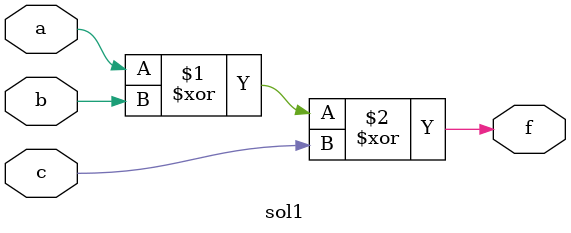
<source format=v>
`timescale 1ns / 1ps
module sol1(a, b, c, f);
	input a, b, c;
	output f;
	
	assign f = a ^ b ^ c;
endmodule

</source>
